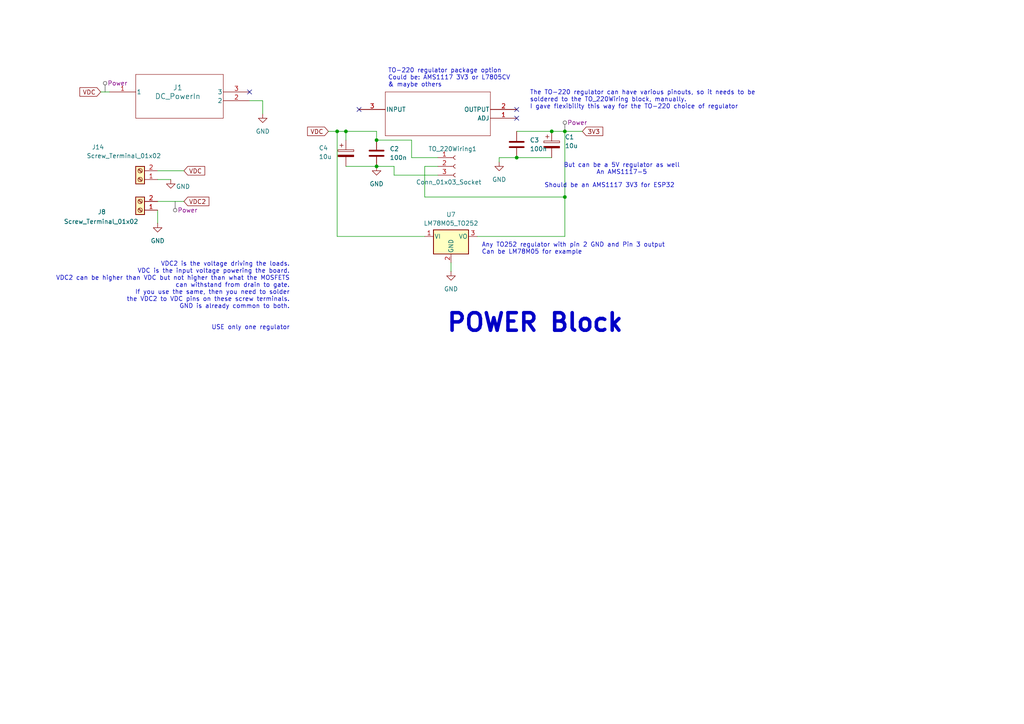
<source format=kicad_sch>
(kicad_sch (version 20250114) (generator "eeschema") (generator_version "9.0")
  (paper "A4")
  (lib_symbols
    (symbol "9VConnector:FC68148" (pin_names (offset 0.254))
      (property "Reference" "J" (at 20.32 10.16 0))
      (property "Value" "FC68148" (at 20.32 7.62 0))
      (symbol "FC68148_0_1"
        (polyline (pts (xy 7.62 5.08) (xy 7.62 -7.62)) (stroke (width 0.127)))
        (polyline (pts (xy 7.62 -7.62) (xy 33.02 -7.62)) (stroke (width 0.127)))
        (polyline (pts (xy 33.02 5.08) (xy 7.62 5.08)) (stroke (width 0.127)))
        (polyline (pts (xy 33.02 -7.62) (xy 33.02 5.08)) (stroke (width 0.127)))
        (pin unspecified line (at 0 0 0) (length 7.62) (name "1") (number "1"))
        (pin unspecified line (at 40.64 0 180) (length 7.62) (name "3") (number "3"))
        (pin unspecified line (at 40.64 -2.54 180) (length 7.62) (name "2") (number "2"))
      )
    )
    (symbol "Connector:Conn_01x03_Socket" (pin_names (offset 1.016) (hide yes))
      (property "Reference" "J" (at 0 5.08 0))
      (property "Value" "Conn_01x03_Socket" (at 0 -5.08 0))
      (symbol "Conn_01x03_Socket_1_1"
        (polyline (pts (xy -1.27 2.54) (xy -0.508 2.54)) (stroke (width 0.1524)))
        (polyline (pts (xy -1.27 0) (xy -0.508 0)) (stroke (width 0.1524)))
        (polyline (pts (xy -1.27 -2.54) (xy -0.508 -2.54)) (stroke (width 0.1524)))
        (arc (start 0 2.032) (mid -0.5058 2.54) (end 0 3.048) (stroke (width 0.1524)))
        (arc (start 0 -0.508) (mid -0.5058 0) (end 0 0.508) (stroke (width 0.1524)))
        (arc (start 0 -3.048) (mid -0.5058 -2.54) (end 0 -2.032) (stroke (width 0.1524)))
        (pin passive line (at -5.08 2.54 0) (length 3.81) (name "Pin_1") (number "1"))
        (pin passive line (at -5.08 0 0) (length 3.81) (name "Pin_2") (number "2"))
        (pin passive line (at -5.08 -2.54 0) (length 3.81) (name "Pin_3") (number "3"))
      )
    )
    (symbol "Connector:Screw_Terminal_01x02" (pin_names (offset 1.016) (hide yes))
      (property "Reference" "J" (at 0 2.54 0))
      (property "Value" "Screw_Terminal_01x02" (at 0 -5.08 0))
      (symbol "Screw_Terminal_01x02_1_1"
        (rectangle (start -1.27 1.27) (end 1.27 -3.81) (stroke (width 0.254)) (fill (type background)))
        (polyline (pts (xy -0.5334 0.3302) (xy 0.3302 -0.508)) (stroke (width 0.1524)))
        (polyline (pts (xy -0.5334 -2.2098) (xy 0.3302 -3.048)) (stroke (width 0.1524)))
        (polyline (pts (xy -0.3556 0.508) (xy 0.508 -0.3302)) (stroke (width 0.1524)))
        (polyline (pts (xy -0.3556 -2.032) (xy 0.508 -2.8702)) (stroke (width 0.1524)))
        (circle (center 0 0) (radius 0.635) (stroke (width 0.1524)))
        (circle (center 0 -2.54) (radius 0.635) (stroke (width 0.1524)))
        (pin passive line (at -5.08 0 0) (length 3.81) (name "Pin_1") (number "1"))
        (pin passive line (at -5.08 -2.54 0) (length 3.81) (name "Pin_2") (number "2"))
      )
    )
    (symbol "Device:C" (pin_numbers (hide yes)) (pin_names (offset 0.254))
      (property "Reference" "C" (at 0.635 2.54 0))
      (property "Value" "C" (at 0.635 -2.54 0))
      (symbol "C_0_1"
        (polyline (pts (xy -2.032 0.762) (xy 2.032 0.762)) (stroke (width 0.508)))
        (polyline (pts (xy -2.032 -0.762) (xy 2.032 -0.762)) (stroke (width 0.508)))
      )
      (symbol "C_1_1"
        (pin passive line (at 0 3.81 270) (length 2.794) (name "~") (number "1"))
        (pin passive line (at 0 -3.81 90) (length 2.794) (name "~") (number "2"))
      )
    )
    (symbol "Device:C_Polarized" (pin_numbers (hide yes)) (pin_names (offset 0.254))
      (property "Reference" "C" (at 0.635 2.54 0))
      (property "Value" "C_Polarized" (at 0.635 -2.54 0))
      (symbol "C_Polarized_0_1"
        (rectangle (start -2.286 0.508) (end 2.286 1.016))
        (polyline (pts (xy -1.778 2.286) (xy -0.762 2.286)))
        (polyline (pts (xy -1.27 2.794) (xy -1.27 1.778)))
        (rectangle (start 2.286 -0.508) (end -2.286 -1.016) (fill (type outline)))
      )
      (symbol "C_Polarized_1_1"
        (pin passive line (at 0 3.81 270) (length 2.794) (name "~") (number "1"))
        (pin passive line (at 0 -3.81 90) (length 2.794) (name "~") (number "2"))
      )
    )
    (symbol "LM317:LM317T" (pin_names (offset 0.254))
      (property "Reference" "U" (at 22.86 10.16 0))
      (property "Value" "LM317T" (at 22.86 7.62 0))
      (symbol "LM317T_0_1"
        (polyline (pts (xy 7.62 5.08) (xy 7.62 -7.62)) (stroke (width 0.127)))
        (polyline (pts (xy 7.62 -7.62) (xy 38.1 -7.62)) (stroke (width 0.127)))
        (polyline (pts (xy 38.1 5.08) (xy 7.62 5.08)) (stroke (width 0.127)))
        (polyline (pts (xy 38.1 -7.62) (xy 38.1 5.08)) (stroke (width 0.127)))
        (pin unspecified line (at 0 0 0) (length 7.62) (name "ADJ") (number "1"))
        (pin output line (at 0 -2.54 0) (length 7.62) (name "OUTPUT") (number "2"))
        (pin input line (at 45.72 -2.54 180) (length 7.62) (name "INPUT") (number "3"))
      )
    )
    (symbol "Regulator_Linear:LM78M05_TO252" (pin_names (offset 0.254))
      (property "Reference" "U" (at -3.81 3.175 0))
      (property "Value" "LM78M05_TO252" (at 0 3.175 0))
      (symbol "LM78M05_TO252_0_1"
        (rectangle (start -5.08 1.905) (end 5.08 -5.08) (stroke (width 0.254)) (fill (type background)))
      )
      (symbol "LM78M05_TO252_1_1"
        (pin power_in line (at -7.62 0 0) (length 2.54) (name "VI") (number "1"))
        (pin power_in line (at 0 -7.62 90) (length 2.54) (name "GND") (number "2"))
        (pin power_out line (at 7.62 0 180) (length 2.54) (name "VO") (number "3"))
      )
    )
    (symbol "power:GND" (power) (pin_numbers (hide yes)) (pin_names (offset 0) (hide yes))
      (property "Value" "GND" (at 0 -3.81 0))
      (symbol "GND_0_1"
        (polyline (pts (xy 0 0) (xy 0 -1.27) (xy 1.27 -1.27) (xy 0 -2.54) (xy -1.27 -1.27) (xy 0 -1.27)))
      )
      (symbol "GND_1_1"
        (pin power_in line (at 0 0 270) (length 0) (name "~") (number "1"))
      )
    )
  )
  (text "Should be an AMS1117 3V3 for ESP32" (at 176.784 53.848 0) (effects (font (size 1.27 1.27))))
  (text "The TO-220 regulator can have various pinouts, so it needs to be \nsoldered to the TO_220Wiring block, manually. \nI gave flexibility this way for the TO-220 choice of regulator" (at 153.67 28.956 0) (effects (font (size 1.27 1.27)) (justify left)))
  (text "POWER Block" (at 155.194 93.726 0) (effects (font (size 5.08 5.08) (thickness 1.016) (bold yes))))
  (text "But can be a 5V regulator as well\nAn AMS1117-5" (at 180.34 49.022 0) (effects (font (size 1.27 1.27))))
  (text "TO-220 regulator package option\nCould be: AMS1117 3V3 or L7805CV\n& maybe others" (at 112.522 22.606 0) (effects (font (size 1.27 1.27)) (justify left)))
  (text "Any TO252 regulator with pin 2 GND and Pin 3 output\nCan be LM78M05 for example" (at 139.7 72.136 0) (effects (font (size 1.27 1.27)) (justify left)))
  (text "VDC2 is the voltage driving the loads.\nVDC is the input voltage powering the board.\nVDC2 can be higher than VDC but not higher than what the MOSFETS\ncan withstand from drain to gate.\nIf you use the same, then you need to solder\nthe VDC2 to VDC pins on these screw terminals.\nGND is already common to both.\n\n\nUSE only one regulator" (at 84.074 85.852 0) (effects (font (size 1.27 1.27)) (justify right)))
  (junction (at 109.22 48.26))
  (junction (at 109.22 40.64))
  (junction (at 149.86 45.72))
  (junction (at 160.02 38.1))
  (junction (at 100.33 38.1))
  (junction (at 163.83 57.15))
  (junction (at 163.83 38.1))
  (junction (at 97.79 38.1))
  (no_connect (at 149.86 31.75))
  (no_connect (at 72.39 26.67))
  (no_connect (at 104.14 31.75))
  (no_connect (at 149.86 34.29))
  (wire (pts (xy 127 45.72) (xy 119.38 45.72)))
  (wire (pts (xy 100.33 38.1) (xy 109.22 38.1)))
  (wire (pts (xy 119.38 45.72) (xy 119.38 40.64)))
  (wire (pts (xy 144.78 45.72) (xy 149.86 45.72)))
  (wire (pts (xy 109.22 38.1) (xy 109.22 40.64)))
  (wire (pts (xy 45.72 58.42) (xy 53.34 58.42)))
  (wire (pts (xy 160.02 38.1) (xy 149.86 38.1)))
  (wire (pts (xy 45.72 49.53) (xy 53.34 49.53)))
  (wire (pts (xy 114.3 48.26) (xy 109.22 48.26)))
  (wire (pts (xy 160.02 38.1) (xy 163.83 38.1)))
  (wire (pts (xy 119.38 40.64) (xy 109.22 40.64)))
  (wire (pts (xy 100.33 48.26) (xy 109.22 48.26)))
  (wire (pts (xy 130.81 76.2) (xy 130.81 78.74)))
  (wire (pts (xy 45.72 60.96) (xy 45.72 64.77)))
  (wire (pts (xy 127 50.8) (xy 114.3 50.8)))
  (wire (pts (xy 163.83 68.58) (xy 163.83 57.15)))
  (wire (pts (xy 97.79 38.1) (xy 95.25 38.1)))
  (wire (pts (xy 138.43 68.58) (xy 163.83 68.58)))
  (wire (pts (xy 123.19 57.15) (xy 163.83 57.15)))
  (wire (pts (xy 100.33 40.64) (xy 100.33 38.1)))
  (wire (pts (xy 29.21 26.67) (xy 31.75 26.67)))
  (wire (pts (xy 163.83 38.1) (xy 168.91 38.1)))
  (wire (pts (xy 97.79 68.58) (xy 97.79 38.1)))
  (wire (pts (xy 114.3 50.8) (xy 114.3 48.26)))
  (wire (pts (xy 127 48.26) (xy 123.19 48.26)))
  (wire (pts (xy 100.33 38.1) (xy 97.79 38.1)))
  (wire (pts (xy 76.2 29.21) (xy 72.39 29.21)))
  (wire (pts (xy 163.83 57.15) (xy 163.83 38.1)))
  (wire (pts (xy 123.19 48.26) (xy 123.19 57.15)))
  (wire (pts (xy 149.86 45.72) (xy 160.02 45.72)))
  (wire (pts (xy 97.79 68.58) (xy 123.19 68.58)))
  (wire (pts (xy 144.78 45.72) (xy 144.78 46.99)))
  (wire (pts (xy 76.2 33.02) (xy 76.2 29.21)))
  (wire (pts (xy 45.72 52.07) (xy 49.53 52.07)))
  (global_label "VDC" (shape input) (at 53.34 49.53 0) (property "Intersheetrefs" "${INTERSHEET_REFS}" (effects (hide yes))))
  (global_label "3V3" (shape input) (at 168.91 38.1 0) (property "Intersheetrefs" "${INTERSHEET_REFS}" (effects (hide yes))))
  (global_label "VDC2" (shape input) (at 53.34 58.42 0) (property "Intersheetrefs" "${INTERSHEET_REFS}" (effects (hide yes))))
  (global_label "VDC" (shape input) (at 95.25 38.1 180) (property "Intersheetrefs" "${INTERSHEET_REFS}" (effects (hide yes))))
  (global_label "VDC" (shape input) (at 29.21 26.67 180) (property "Intersheetrefs" "${INTERSHEET_REFS}" (effects (hide yes))))
  (netclass_flag "" (length 2.54) (shape round) (at 30.48 26.67 0) (property "Netclass" "Power" (at 31.1785 24.13 0) (effects (justify left))))
  (netclass_flag "" (length 2.54) (shape round) (at 50.8 58.42 180) (property "Netclass" "Power" (at 51.4985 60.96 0) (effects (justify left))))
  (netclass_flag "" (length 2.54) (shape round) (at 163.83 38.1 0) (property "Netclass" "Power" (at 164.5285 35.56 0) (effects (justify left))))
  (symbol (lib_id "9VConnector:FC68148") (at 31.75 26.67 0) (unit 1)
    (property "Reference" "J1" (at 51.562 25.4 0) (effects (font (size 1.524 1.524))))
    (property "Value" "DC_PowerIn" (at 51.562 27.94 0) (effects (font (size 1.524 1.524))))
    (property "Footprint" "Connector_BarrelJack:BarrelJack_Horizontal" (effects (hide yes)))
    (property "Datasheet" "FC68148" (effects (hide yes)))
  )
  (symbol (lib_id "power:GND") (at 144.78 46.99 0) (unit 1)
    (property "Reference" "#PWR024" (effects (hide yes)))
    (property "Value" "GND" (at 144.78 52.07 0))
    (property "Description" "Power symbol creates a global label with name \"GND\" , ground" (effects (hide yes)))
  )
  (symbol (lib_id "power:GND") (at 49.53 52.07 0) (unit 1)
    (property "Reference" "#PWR020" (effects (hide yes)))
    (property "Value" "GND" (at 53.086 54.102 0))
    (property "Description" "Power symbol creates a global label with name \"GND\" , ground" (effects (hide yes)))
  )
  (symbol (lib_id "power:GND") (at 76.2 33.02 0) (unit 1)
    (property "Reference" "#PWR05" (effects (hide yes)))
    (property "Value" "GND" (at 76.2 38.1 0))
    (property "Description" "Power symbol creates a global label with name \"GND\" , ground" (effects (hide yes)))
  )
  (symbol (lib_id "Regulator_Linear:LM78M05_TO252") (at 130.81 68.58 0) (unit 1)
    (property "Reference" "U7" (at 130.81 62.23 0))
    (property "Value" "LM78M05_TO252" (at 130.81 64.77 0))
    (property "Footprint" "Package_TO_SOT_SMD:TO-252-2" (effects (hide yes)))
    (property "Datasheet" "https://www.onsemi.com/pub/Collateral/MC78M00-D.PDF" (effects (hide yes)))
    (property "Description" "Positive 500mA 35V Linear Regulator, Fixed Output 5V, TO-252 (D-PAK)" (effects (hide yes)))
  )
  (symbol (lib_id "Connector:Screw_Terminal_01x02") (at 40.64 60.96 180) (unit 1)
    (property "Reference" "J8" (at 30.734 61.468 0) (effects (justify left)))
    (property "Value" "Screw_Terminal_01x02" (at 40.132 64.262 0) (effects (justify left)))
    (property "Footprint" "TO220:TerminalBlock_CLEAN_2PIN" (effects (hide yes)))
    (property "Description" "Generic screw terminal, single row, 01x02, script generated (kicad-library-utils/schlib/autogen/connector/)" (effects (hide yes)))
  )
  (symbol (lib_id "Device:C_Polarized") (at 160.02 41.91 0) (unit 1)
    (property "Reference" "C1" (at 163.83 39.7509 0) (effects (justify left)))
    (property "Value" "10u" (at 163.83 42.2909 0) (effects (justify left)))
    (property "Footprint" "Capacitor_SMD:CP_Elec_6.3x3.9" (effects (hide yes)))
    (property "Description" "Polarized capacitor" (effects (hide yes)))
  )
  (symbol (lib_id "power:GND") (at 109.22 48.26 0) (unit 1)
    (property "Reference" "#PWR06" (effects (hide yes)))
    (property "Value" "GND" (at 109.22 53.34 0))
    (property "Description" "Power symbol creates a global label with name \"GND\" , ground" (effects (hide yes)))
  )
  (symbol (lib_id "Device:C_Polarized") (at 100.33 44.45 0) (unit 1)
    (property "Reference" "C4" (at 92.456 42.926 0) (effects (justify left)))
    (property "Value" "10u" (at 92.456 45.466 0) (effects (justify left)))
    (property "Footprint" "Capacitor_SMD:CP_Elec_6.3x3.9" (effects (hide yes)))
    (property "Description" "Polarized capacitor" (effects (hide yes)))
  )
  (symbol (lib_id "Connector:Conn_01x03_Socket") (at 132.08 48.26 0) (unit 1)
    (property "Reference" "TO_220Wiring1" (at 124.206 43.18 0) (effects (justify left)))
    (property "Value" "Conn_01x03_Socket" (at 120.65 52.832 0) (effects (justify left)))
    (property "Footprint" "Connector_PinSocket_2.54mm:PinSocket_1x03_P2.54mm_Vertical" (effects (hide yes)))
    (property "Description" "Generic connector, single row, 01x03, script generated" (effects (hide yes)))
  )
  (symbol (lib_id "LM317:LM317T") (at 149.86 34.29 180) (unit 1)
    (property "Reference" "AMS11173V3" (effects (hide yes)))
    (property "Value" "LM317T" (effects (hide yes)))
    (property "Footprint" "Package_TO_SOT_THT:TO-220-3_Horizontal_TabDown" (effects (hide yes)))
    (property "Datasheet" "LM317T" (effects (hide yes)))
  )
  (symbol (lib_id "Connector:Screw_Terminal_01x02") (at 40.64 52.07 180) (unit 1)
    (property "Reference" "J14" (at 30.226 42.672 0) (effects (justify left)))
    (property "Value" "Screw_Terminal_01x02" (at 46.736 45.212 0) (effects (justify left)))
    (property "Footprint" "TerminalBlock:TerminalBlock_bornier-2_P5.08mm" (effects (hide yes)))
    (property "Description" "Generic screw terminal, single row, 01x02, script generated (kicad-library-utils/schlib/autogen/connector/)" (effects (hide yes)))
  )
  (symbol (lib_id "Device:C") (at 149.86 41.91 0) (unit 1)
    (property "Reference" "C3" (at 153.67 40.6399 0) (effects (justify left)))
    (property "Value" "100n" (at 153.67 43.1799 0) (effects (justify left)))
    (property "Footprint" "Capacitor_THT:C_Rect_L7.0mm_W3.5mm_P5.00mm" (effects (hide yes)))
    (property "Description" "Unpolarized capacitor" (effects (hide yes)))
  )
  (symbol (lib_id "Device:C") (at 109.22 44.45 0) (unit 1)
    (property "Reference" "C2" (at 113.03 43.1799 0) (effects (justify left)))
    (property "Value" "100n" (at 113.03 45.7199 0) (effects (justify left)))
    (property "Footprint" "Capacitor_THT:C_Rect_L7.0mm_W3.5mm_P5.00mm" (effects (hide yes)))
    (property "Description" "Unpolarized capacitor" (effects (hide yes)))
  )
  (symbol (lib_id "power:GND") (at 45.72 64.77 0) (unit 1)
    (property "Reference" "#PWR018" (effects (hide yes)))
    (property "Value" "GND" (at 45.72 69.85 0))
    (property "Description" "Power symbol creates a global label with name \"GND\" , ground" (effects (hide yes)))
  )
  (symbol (lib_id "power:GND") (at 130.81 78.74 0) (unit 1)
    (property "Reference" "#PWR029" (effects (hide yes)))
    (property "Value" "GND" (at 130.81 83.82 0))
    (property "Description" "Power symbol creates a global label with name \"GND\" , ground" (effects (hide yes)))
  )
)
</source>
